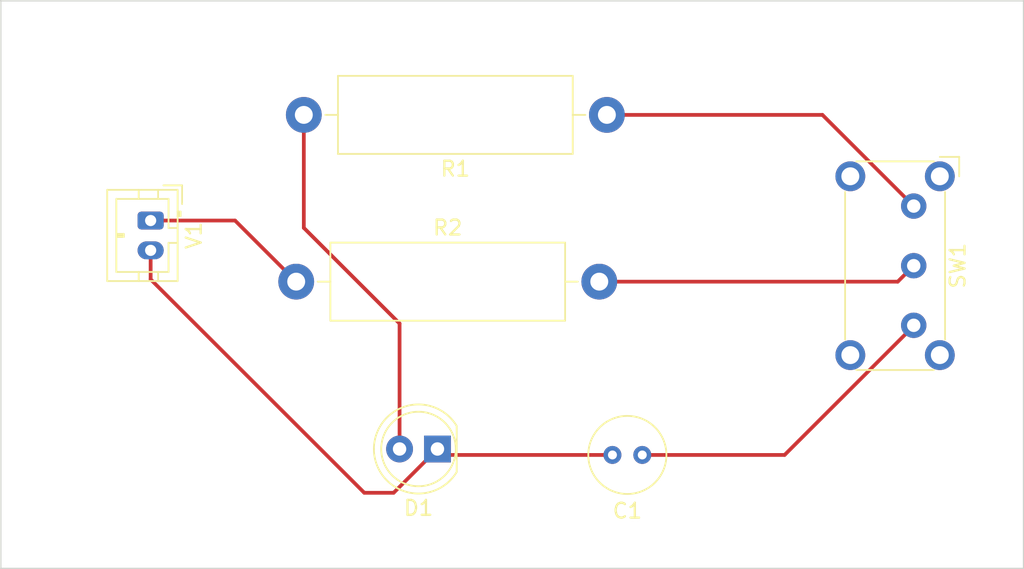
<source format=kicad_pcb>
(kicad_pcb (version 20211014) (generator pcbnew)
  (layers (0 "F.Cu" signal) (31 "B.Cu" signal) (34 "B.Paste" user) (35 "F.Paste" user) (36 "B.SilkS" user "B.Silkscreen") (37 "F.SilkS" user "F.Silkscreen") (38 "B.Mask" user) (39 "F.Mask" user) (44 "Edge.Cuts" user))
  (net 0 "")
  (net 1 "Net-(C1-Pad1)")
  (net 2 "Net-(C1-Pad2)")
  (net 3 "Net-(D1-Pad2)")
  (net 4 "Net-(R1-Pad1)")
  (net 5 "Net-(R2-Pad1)")
  (net 6 "Net-(R2-Pad2)")
  (footprint "Resistor_THT:R_Axial_DIN0516_L15.5mm_D5.0mm_P20.32mm_Horizontal" (layer "F.Cu") (at 118.87 95.05)
    (fp_text reference "R2" (at 10.16 -3.62) (layer "F.SilkS"))
    (fp_text value "2.2kΩ")
    (fp_line (start 2.29 -2.62) (end 2.29 2.62) (layer "F.SilkS") (width 0.12))
    (fp_line (start 1.44 0) (end 2.29 0) (layer "F.SilkS") (width 0.12))
    (fp_line (start 18.03 2.62) (end 18.03 -2.62) (layer "F.SilkS") (width 0.12))
    (fp_line (start 18.03 -2.62) (end 2.29 -2.62) (layer "F.SilkS") (width 0.12))
    (fp_line (start 18.88 0) (end 18.03 0) (layer "F.SilkS") (width 0.12))
    (fp_line (start 2.29 2.62) (end 18.03 2.62) (layer "F.SilkS") (width 0.12))
    (pad "1" thru_hole circle (at 0 0) (size 2.4 2.4) (drill 1.2) (layers *.Cu *.Mask) (net 5 "Net-(R2-Pad1)"))
    (pad "2" thru_hole oval (at 20.32 0) (size 2.4 2.4) (drill 1.2) (layers *.Cu *.Mask) (net 6 "Net-(R2-Pad2)"))
  )
  (footprint "Resistor_THT:R_Axial_DIN0516_L15.5mm_D5.0mm_P20.32mm_Horizontal" (layer "F.Cu") (at 139.7 83.86 180)
    (fp_text reference "R1" (at 10.16 -3.62) (layer "F.SilkS"))
    (fp_text value "20kΩ")
    (fp_line (start 2.29 -2.62) (end 2.29 2.62) (layer "F.SilkS") (width 0.12))
    (fp_line (start 18.03 2.62) (end 18.03 -2.62) (layer "F.SilkS") (width 0.12))
    (fp_line (start 18.03 -2.62) (end 2.29 -2.62) (layer "F.SilkS") (width 0.12))
    (fp_line (start 2.29 2.62) (end 18.03 2.62) (layer "F.SilkS") (width 0.12))
    (fp_line (start 1.44 0) (end 2.29 0) (layer "F.SilkS") (width 0.12))
    (fp_line (start 18.88 0) (end 18.03 0) (layer "F.SilkS") (width 0.12))
    (pad "1" thru_hole circle (at 0 0 180) (size 2.4 2.4) (drill 1.2) (layers *.Cu *.Mask) (net 4 "Net-(R1-Pad1)"))
    (pad "2" thru_hole oval (at 20.32 0 180) (size 2.4 2.4) (drill 1.2) (layers *.Cu *.Mask) (net 3 "Net-(D1-Pad2)"))
  )
  (footprint "Connector_JST:JST_PH_B2B-PH-K_1x02_P2.00mm_Vertical" (layer "F.Cu") (at 109.11 90.95 -90)
    (fp_text reference "V1" (at 1 -2.9 90) (layer "F.SilkS"))
    (fp_text value "9V")
    (fp_line (start 0.9 1.8) (end 1.1 1.8) (layer "F.SilkS") (width 0.12))
    (fp_line (start 3.45 -1.2) (end 1.5 -1.2) (layer "F.SilkS") (width 0.12))
    (fp_line (start -2.36 -2.11) (end -2.36 -0.86) (layer "F.SilkS") (width 0.12))
    (fp_line (start 0.5 -1.81) (end 0.5 -1.2) (layer "F.SilkS") (width 0.12))
    (fp_line (start -1.45 -1.2) (end -1.45 2.3) (layer "F.SilkS") (width 0.12))
    (fp_line (start -2.06 -0.5) (end -1.45 -0.5) (layer "F.SilkS") (width 0.12))
    (fp_line (start 1.1 1.8) (end 1.1 2.3) (layer "F.SilkS") (width 0.12))
    (fp_line (start -0.3 -1.81) (end -0.3 -2.01) (layer "F.SilkS") (width 0.12))
    (fp_line (start -2.06 0.8) (end -1.45 0.8) (layer "F.SilkS") (width 0.12))
    (fp_line (start -0.3 -1.91) (end -0.6 -1.91) (layer "F.SilkS") (width 0.12))
    (fp_line (start 3.45 2.3) (end 3.45 -1.2) (layer "F.SilkS") (width 0.12))
    (fp_line (start -2.06 2.91) (end 4.06 2.91) (layer "F.SilkS") (width 0.12))
    (fp_line (start 0.5 -1.2) (end -1.45 -1.2) (layer "F.SilkS") (width 0.12))
    (fp_line (start 1 2.3) (end 1 1.8) (layer "F.SilkS") (width 0.12))
    (fp_line (start 4.06 0.8) (end 3.45 0.8) (layer "F.SilkS") (width 0.12))
    (fp_line (start 4.06 -1.81) (end -2.06 -1.81) (layer "F.SilkS") (width 0.12))
    (fp_line (start 0.9 2.3) (end 0.9 1.8) (layer "F.SilkS") (width 0.12))
    (fp_line (start -0.6 -2.01) (end -0.6 -1.81) (layer "F.SilkS") (width 0.12))
    (fp_line (start -1.45 2.3) (end 3.45 2.3) (layer "F.SilkS") (width 0.12))
    (fp_line (start 4.06 -0.5) (end 3.45 -0.5) (layer "F.SilkS") (width 0.12))
    (fp_line (start -0.3 -2.01) (end -0.6 -2.01) (layer "F.SilkS") (width 0.12))
    (fp_line (start 1.5 -1.2) (end 1.5 -1.81) (layer "F.SilkS") (width 0.12))
    (fp_line (start 4.06 2.91) (end 4.06 -1.81) (layer "F.SilkS") (width 0.12))
    (fp_line (start -2.06 -1.81) (end -2.06 2.91) (layer "F.SilkS") (width 0.12))
    (fp_line (start -1.11 -2.11) (end -2.36 -2.11) (layer "F.SilkS") (width 0.12))
    (pad "1" thru_hole roundrect (at 0 0 270) (size 1.2 1.75) (drill 0.75) (layers *.Cu *.Mask) (roundrect_rratio 0.208333) (net 5 "Net-(R2-Pad1)"))
    (pad "2" thru_hole oval (at 2 0 270) (size 1.2 1.75) (drill 0.75) (layers *.Cu *.Mask) (net 2 "Net-(C1-Pad2)"))
  )
  (footprint "Capacitor_THT:C_Radial_D5.0mm_H5.0mm_P2.00mm" (layer "F.Cu") (at 142.0725 106.68 180)
    (fp_text reference "C1" (at 1 -3.75) (layer "F.SilkS"))
    (fp_text value "4.7µF")
    (fp_circle (center 1 0) (end 3.62 0) (layer "F.SilkS") (width 0.12) (fill none))
    (pad "1" thru_hole circle (at 0 0 180) (size 1.2 1.2) (drill 0.6) (layers *.Cu *.Mask) (net 1 "Net-(C1-Pad1)"))
    (pad "2" thru_hole circle (at 2 0 180) (size 1.2 1.2) (drill 0.6) (layers *.Cu *.Mask) (net 2 "Net-(C1-Pad2)"))
  )
  (footprint "Button_Switch_THT:SW_E-Switch_EG1224_SPDT_Angled" (layer "F.Cu") (at 160.2725 89.98 -90)
    (fp_text reference "SW1" (at 4 -2.95 90) (layer "F.SilkS"))
    (fp_text value "SW_SPDT")
    (fp_line (start -3.3 -1.75) (end -3.3 -3.05) (layer "F.SilkS") (width 0.12))
    (fp_line (start 11 -1.35) (end 11 3.85) (layer "F.SilkS") (width 0.12))
    (fp_line (start -3.3 -3.05) (end -2 -3.05) (layer "F.SilkS") (width 0.12))
    (fp_line (start -3 3.85) (end -3 -1.35) (layer "F.SilkS") (width 0.12))
    (fp_line (start 8.95 4.6) (end -0.95 4.6) (layer "F.SilkS") (width 0.12))
    (fp_line (start -0.95 -2.1) (end 8.95 -2.1) (layer "F.SilkS") (width 0.12))
    (pad "" thru_hole circle (at -2 4.25 270) (size 2 2) (drill 1.2) (layers *.Cu *.Mask))
    (pad "" thru_hole circle (at 10 -1.75 270) (size 2 2) (drill 1.2) (layers *.Cu *.Mask))
    (pad "" thru_hole circle (at 10 4.25 270) (size 2 2) (drill 1.2) (layers *.Cu *.Mask))
    (pad "" thru_hole circle (at -2 -1.75 270) (size 2 2) (drill 1.2) (layers *.Cu *.Mask))
    (pad "1" thru_hole circle (at 0 0 270) (size 1.7 1.7) (drill 0.9) (layers *.Cu *.Mask) (net 4 "Net-(R1-Pad1)"))
    (pad "2" thru_hole circle (at 4 0 270) (size 1.7 1.7) (drill 0.9) (layers *.Cu *.Mask) (net 6 "Net-(R2-Pad2)"))
    (pad "3" thru_hole circle (at 8 0 270) (size 1.7 1.7) (drill 0.9) (layers *.Cu *.Mask) (net 1 "Net-(C1-Pad1)"))
  )
  (footprint "LED_THT:LED_D5.0mm" (layer "F.Cu") (at 128.339936 106.2805 180)
    (fp_text reference "D1" (at 1.27 -3.96) (layer "F.SilkS"))
    (fp_text value "LED")
    (fp_line (start -1.29 -1.545) (end -1.29 1.545) (layer "F.SilkS") (width 0.12))
    (fp_arc (start -1.29 -1.54483) (mid 2.072002 -2.880433) (end 4.26 0.000462) (layer "F.SilkS") (width 0.12))
    (fp_arc (start 4.26 -0.000462) (mid 2.072002 2.880433) (end -1.29 1.54483) (layer "F.SilkS") (width 0.12))
    (fp_circle (center 1.27 0) (end 3.77 0) (layer "F.SilkS") (width 0.12) (fill none))
    (pad "1" thru_hole rect (at 0 0 180) (size 1.8 1.8) (drill 0.9) (layers *.Cu *.Mask) (net 2 "Net-(C1-Pad2)"))
    (pad "2" thru_hole circle (at 2.54 0 180) (size 1.8 1.8) (drill 0.9) (layers *.Cu *.Mask) (net 3 "Net-(D1-Pad2)"))
  )
  (gr_rect (start 167.64 114.3) (end 99.06 76.2) (layer "Edge.Cuts") (width 0.1) (fill none))
  (segment (start 160.2725 98.0225) (end 151.615 106.68) (width 0.25) (layer "F.Cu") (net 1))
  (segment (start 151.615 106.68) (end 142.0725 106.68) (width 0.25) (layer "F.Cu") (net 1))
  (segment (start 128.739436 106.68) (end 128.339936 106.2805) (width 0.25) (layer "F.Cu") (net 2))
  (segment (start 109.11 94.895305) (end 123.434695 109.22) (width 0.25) (layer "F.Cu") (net 2))
  (segment (start 109.11 92.95) (end 109.11 94.895305) (width 0.25) (layer "F.Cu") (net 2))
  (segment (start 140.0725 106.68) (end 128.739436 106.68) (width 0.25) (layer "F.Cu") (net 2))
  (segment (start 123.434695 109.22) (end 125.400436 109.22) (width 0.25) (layer "F.Cu") (net 2))
  (segment (start 125.400436 109.22) (end 128.339936 106.2805) (width 0.25) (layer "F.Cu") (net 2))
  (segment (start 119.38 91.44) (end 125.799936 97.859936) (width 0.25) (layer "F.Cu") (net 3))
  (segment (start 119.38 83.86) (end 119.38 91.44) (width 0.25) (layer "F.Cu") (net 3))
  (segment (start 125.799936 97.859936) (end 125.799936 106.2805) (width 0.25) (layer "F.Cu") (net 3))
  (segment (start 139.7 83.86) (end 154.1525 83.86) (width 0.25) (layer "F.Cu") (net 4))
  (segment (start 154.1525 83.86) (end 160.2725 89.98) (width 0.25) (layer "F.Cu") (net 4))
  (segment (start 118.87 95.05) (end 114.77 90.95) (width 0.25) (layer "F.Cu") (net 5))
  (segment (start 114.77 90.95) (end 109.11 90.95) (width 0.25) (layer "F.Cu") (net 5))
  (segment (start 139.19 95.05) (end 159.2025 95.05) (width 0.25) (layer "F.Cu") (net 6))
  (segment (start 159.2025 95.05) (end 160.2725 93.98) (width 0.25) (layer "F.Cu") (net 6))
)
</source>
